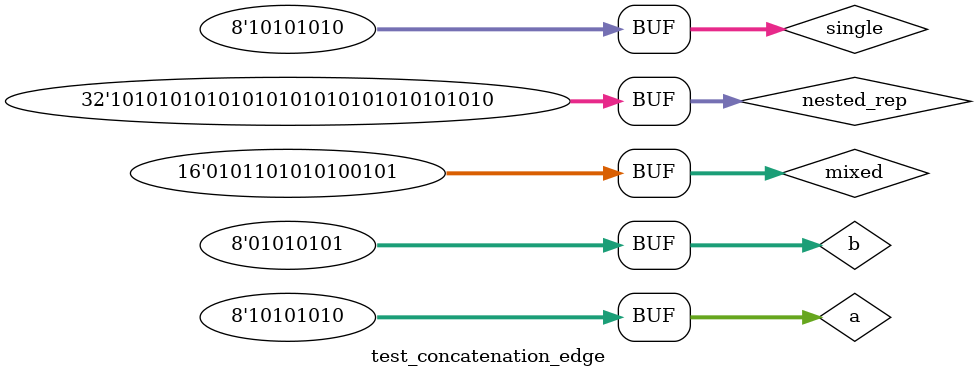
<source format=v>

module test_concatenation_edge;
  reg [7:0] a, b, c;
  wire [7:0] single;
  wire [31:0] nested_rep;
  wire [15:0] mixed;

  assign single = {a};  // Single element concat
  assign nested_rep = {4{{2{a}}}};  // Nested replication: 4 copies of (2 copies of a)
  assign mixed = {2{a, b[3:0]}};  // Replicate concatenation

  initial begin
    a = 8'hAA;
    b = 8'h55;
  end
endmodule

</source>
